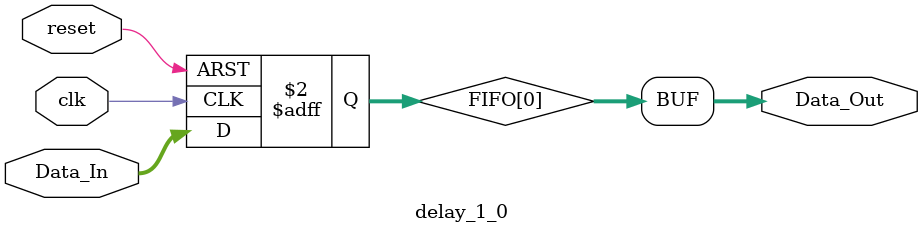
<source format=v>
`timescale 1ns / 1ps


module 
 delay_1_0 #(parameter
	SIG_DATA_WIDTH = 0,
	delay_cycles = 1
	)(
	input clk,
	input reset,
	input [SIG_DATA_WIDTH-1:0] Data_In,
	output [SIG_DATA_WIDTH-1:0] Data_Out
	);
	

	reg	[SIG_DATA_WIDTH-1:0] FIFO  [delay_cycles-1:0] ;
	always @ (posedge clk or posedge reset)
    begin
        if(reset)
		begin
			FIFO[0] <= {SIG_DATA_WIDTH{1'b0}};
		end
		else
		begin
			FIFO[0] <= Data_In;
		end
	end

	assign    Data_Out = FIFO[0];
endmodule
</source>
